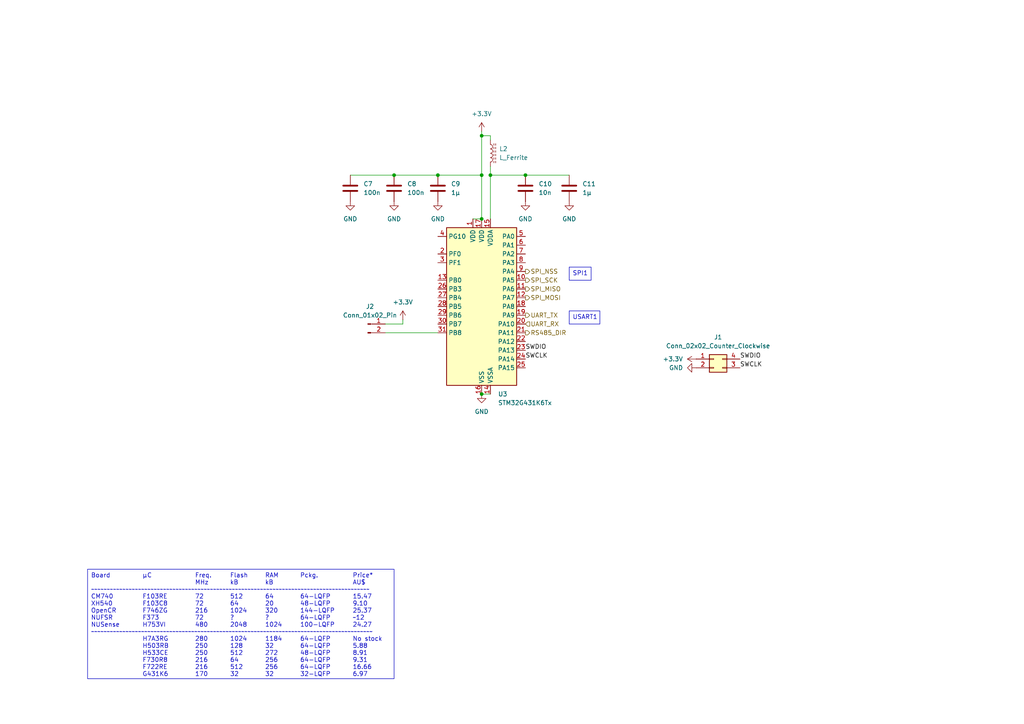
<source format=kicad_sch>
(kicad_sch (version 20231120) (generator "eeschema") (generator_version "8.0")
  (paper "A4")
  (lib_symbols
    (symbol "Connector:Conn_01x02_Pin" (pin_names (offset 1.016) hide)
      (property "Reference" "J" (at 0 2.54 0))
      (property "Value" "Conn_01x02_Pin" (at 0 -5.08 0))
      (symbol "Conn_01x02_Pin_1_1"
        (polyline (pts (xy 1.27 -2.54) (xy 0.8636 -2.54)) (stroke (width 0.1524)))
        (polyline (pts (xy 1.27 0) (xy 0.8636 0)) (stroke (width 0.1524)))
        (rectangle (start 0.8636 -2.413) (end 0 -2.667) (stroke (width 0.1524)) (fill (type outline)))
        (rectangle (start 0.8636 0.127) (end 0 -0.127) (stroke (width 0.1524)) (fill (type outline)))
        (pin passive line (at 5.08 0 180) (length 3.81) (name "Pin_1") (number "1"))
        (pin passive line (at 5.08 -2.54 180) (length 3.81) (name "Pin_2") (number "2"))
      )
    )
    (symbol "Connector_Generic:Conn_02x02_Counter_Clockwise" (pin_names (offset 1.016) hide)
      (property "Reference" "J" (at 1.27 2.54 0))
      (property "Value" "Conn_02x02_Counter_Clockwise" (at 1.27 -5.08 0))
      (symbol "Conn_02x02_Counter_Clockwise_1_1"
        (rectangle (start -1.27 -2.413) (end 0 -2.667) (stroke (width 0.1524)))
        (rectangle (start -1.27 0.127) (end 0 -0.127) (stroke (width 0.1524)))
        (rectangle (start -1.27 1.27) (end 3.81 -3.81) (stroke (width 0.254)) (fill (type background)))
        (rectangle (start 3.81 -2.413) (end 2.54 -2.667) (stroke (width 0.1524)))
        (rectangle (start 3.81 0.127) (end 2.54 -0.127) (stroke (width 0.1524)))
        (pin passive line (at -5.08 0 0) (length 3.81) (name "Pin_1") (number "1"))
        (pin passive line (at -5.08 -2.54 0) (length 3.81) (name "Pin_2") (number "2"))
        (pin passive line (at 7.62 -2.54 180) (length 3.81) (name "Pin_3") (number "3"))
        (pin passive line (at 7.62 0 180) (length 3.81) (name "Pin_4") (number "4"))
      )
    )
    (symbol "Device:C" (pin_numbers hide) (pin_names (offset 0.254))
      (property "Reference" "C" (at 0.635 2.54 0))
      (property "Value" "C" (at 0.635 -2.54 0))
      (symbol "C_0_1"
        (polyline (pts (xy -2.032 -0.762) (xy 2.032 -0.762)) (stroke (width 0.508)))
        (polyline (pts (xy -2.032 0.762) (xy 2.032 0.762)) (stroke (width 0.508)))
      )
      (symbol "C_1_1"
        (pin passive line (at 0 3.81 270) (length 2.794) (name "~") (number "1"))
        (pin passive line (at 0 -3.81 90) (length 2.794) (name "~") (number "2"))
      )
    )
    (symbol "Device:L_Ferrite" (pin_numbers hide) (pin_names (offset 1.016) hide)
      (property "Reference" "L" (at -1.27 0 90))
      (property "Value" "L_Ferrite" (at 2.794 0 90))
      (symbol "L_Ferrite_0_1"
        (arc (start 0 -2.54) (mid 0.6323 -1.905) (end 0 -1.27))
        (arc (start 0 -1.27) (mid 0.6323 -0.635) (end 0 0))
        (polyline (pts (xy 1.016 -2.794) (xy 1.016 -2.286)))
        (polyline (pts (xy 1.016 -1.778) (xy 1.016 -1.27)))
        (polyline (pts (xy 1.016 -0.762) (xy 1.016 -0.254)))
        (polyline (pts (xy 1.016 0.254) (xy 1.016 0.762)))
        (polyline (pts (xy 1.016 1.27) (xy 1.016 1.778)))
        (polyline (pts (xy 1.016 2.286) (xy 1.016 2.794)))
        (polyline (pts (xy 1.524 -2.286) (xy 1.524 -2.794)))
        (polyline (pts (xy 1.524 -1.27) (xy 1.524 -1.778)))
        (polyline (pts (xy 1.524 -0.254) (xy 1.524 -0.762)))
        (polyline (pts (xy 1.524 0.762) (xy 1.524 0.254)))
        (polyline (pts (xy 1.524 1.778) (xy 1.524 1.27)))
        (polyline (pts (xy 1.524 2.794) (xy 1.524 2.286)))
        (arc (start 0 0) (mid 0.6323 0.635) (end 0 1.27))
        (arc (start 0 1.27) (mid 0.6323 1.905) (end 0 2.54))
      )
      (symbol "L_Ferrite_1_1"
        (pin passive line (at 0 3.81 270) (length 1.27) (name "1") (number "1"))
        (pin passive line (at 0 -3.81 90) (length 1.27) (name "2") (number "2"))
      )
    )
    (symbol "MCU_ST_STM32G4:STM32G431K6Tx"
      (property "Reference" "U" (at -10.16 24.13 0))
      (property "Value" "STM32G431K6Tx" (at 5.08 24.13 0))
      (symbol "STM32G431K6Tx_0_1"
        (rectangle (start -10.16 -22.86) (end 10.16 22.86) (stroke (width 0.254)) (fill (type background)))
      )
      (symbol "STM32G431K6Tx_1_1"
        (pin power_in line (at -2.54 25.4 270) (length 2.54) (name "VDD") (number "1"))
        (pin bidirectional line (at 12.7 7.62 180) (length 2.54) (name "PA5") (number "10"))
        (pin bidirectional line (at 12.7 5.08 180) (length 2.54) (name "PA6") (number "11"))
        (pin bidirectional line (at 12.7 2.54 180) (length 2.54) (name "PA7") (number "12"))
        (pin bidirectional line (at -12.7 7.62 0) (length 2.54) (name "PB0") (number "13"))
        (pin power_in line (at 2.54 -25.4 90) (length 2.54) (name "VSSA") (number "14"))
        (pin power_in line (at 2.54 25.4 270) (length 2.54) (name "VDDA") (number "15"))
        (pin power_in line (at 0 -25.4 90) (length 2.54) (name "VSS") (number "16"))
        (pin power_in line (at 0 25.4 270) (length 2.54) (name "VDD") (number "17"))
        (pin bidirectional line (at 12.7 0 180) (length 2.54) (name "PA8") (number "18"))
        (pin bidirectional line (at 12.7 -2.54 180) (length 2.54) (name "PA9") (number "19"))
        (pin bidirectional line (at -12.7 15.24 0) (length 2.54) (name "PF0") (number "2"))
        (pin bidirectional line (at 12.7 -5.08 180) (length 2.54) (name "PA10") (number "20"))
        (pin bidirectional line (at 12.7 -7.62 180) (length 2.54) (name "PA11") (number "21"))
        (pin bidirectional line (at 12.7 -10.16 180) (length 2.54) (name "PA12") (number "22"))
        (pin bidirectional line (at 12.7 -12.7 180) (length 2.54) (name "PA13") (number "23"))
        (pin bidirectional line (at 12.7 -15.24 180) (length 2.54) (name "PA14") (number "24"))
        (pin bidirectional line (at 12.7 -17.78 180) (length 2.54) (name "PA15") (number "25"))
        (pin bidirectional line (at -12.7 5.08 0) (length 2.54) (name "PB3") (number "26"))
        (pin bidirectional line (at -12.7 2.54 0) (length 2.54) (name "PB4") (number "27"))
        (pin bidirectional line (at -12.7 0 0) (length 2.54) (name "PB5") (number "28"))
        (pin bidirectional line (at -12.7 -2.54 0) (length 2.54) (name "PB6") (number "29"))
        (pin bidirectional line (at -12.7 12.7 0) (length 2.54) (name "PF1") (number "3"))
        (pin bidirectional line (at -12.7 -5.08 0) (length 2.54) (name "PB7") (number "30"))
        (pin bidirectional line (at -12.7 -7.62 0) (length 2.54) (name "PB8") (number "31"))
        (pin passive line (at 0 -25.4 90) (length 2.54) hide (name "VSS") (number "32"))
        (pin bidirectional line (at -12.7 20.32 0) (length 2.54) (name "PG10") (number "4"))
        (pin bidirectional line (at 12.7 20.32 180) (length 2.54) (name "PA0") (number "5"))
        (pin bidirectional line (at 12.7 17.78 180) (length 2.54) (name "PA1") (number "6"))
        (pin bidirectional line (at 12.7 15.24 180) (length 2.54) (name "PA2") (number "7"))
        (pin bidirectional line (at 12.7 12.7 180) (length 2.54) (name "PA3") (number "8"))
        (pin bidirectional line (at 12.7 10.16 180) (length 2.54) (name "PA4") (number "9"))
      )
    )
    (symbol "power:+3.3V" (power) (pin_numbers hide) (pin_names (offset 0) hide)
      (property "Value" "+3.3V" (at 0 3.556 0))
      (symbol "+3.3V_0_1"
        (polyline (pts (xy -0.762 1.27) (xy 0 2.54)))
        (polyline (pts (xy 0 0) (xy 0 2.54)))
        (polyline (pts (xy 0 2.54) (xy 0.762 1.27)))
      )
      (symbol "+3.3V_1_1"
        (pin power_in line (at 0 0 90) (length 0) (name "~") (number "1"))
      )
    )
    (symbol "power:GND" (power) (pin_numbers hide) (pin_names (offset 0) hide)
      (property "Value" "GND" (at 0 -3.81 0))
      (symbol "GND_0_1"
        (polyline (pts (xy 0 0) (xy 0 -1.27) (xy 1.27 -1.27) (xy 0 -2.54) (xy -1.27 -1.27) (xy 0 -1.27)))
      )
      (symbol "GND_1_1"
        (pin power_in line (at 0 0 270) (length 0) (name "~") (number "1"))
      )
    )
  )
  (junction (at 139.7 63.5))
  (junction (at 139.7 50.8))
  (junction (at 127 50.8))
  (junction (at 139.7 39.37))
  (junction (at 139.7 114.3))
  (junction (at 114.3 50.8))
  (junction (at 152.4 50.8))
  (junction (at 142.24 50.8))
  (wire (pts (xy 139.7 39.37) (xy 139.7 50.8)))
  (wire (pts (xy 142.24 50.8) (xy 152.4 50.8)))
  (wire (pts (xy 101.6 50.8) (xy 114.3 50.8)))
  (wire (pts (xy 139.7 114.3) (xy 142.24 114.3)))
  (wire (pts (xy 116.84 93.98) (xy 111.76 93.98)))
  (wire (pts (xy 116.84 92.71) (xy 116.84 93.98)))
  (wire (pts (xy 142.24 48.26) (xy 142.24 50.8)))
  (wire (pts (xy 114.3 50.8) (xy 127 50.8)))
  (wire (pts (xy 152.4 50.8) (xy 165.1 50.8)))
  (wire (pts (xy 139.7 38.1) (xy 139.7 39.37)))
  (wire (pts (xy 111.76 96.52) (xy 127 96.52)))
  (wire (pts (xy 127 50.8) (xy 139.7 50.8)))
  (wire (pts (xy 137.16 63.5) (xy 139.7 63.5)))
  (wire (pts (xy 142.24 39.37) (xy 139.7 39.37)))
  (wire (pts (xy 142.24 39.37) (xy 142.24 40.64)))
  (wire (pts (xy 142.24 63.5) (xy 142.24 50.8)))
  (wire (pts (xy 139.7 50.8) (xy 139.7 63.5)))
  (text_box "USART1" (at 165.1 90.17 0) (size 8.89 3.81) (effects (font (size 1.27 1.27)) (justify left top)))
  (text_box "Board		μC			Freq.	Flash	RAM		Pckg.		Price*\n						MHz		kB		kB					AU$	\n~~~~~~~~~~~~~~~~~~~~~~~~~~~~~~~~~~~~~~~~~~~~~~~~~~~~~~~~~~~~~~~~~~~~~~~~~~~~~~~~~~~~~~~~~\nCM740		F103RE		72		512		64		64-LQFP		15.47\nXH540		F103C8		72		64		20		48-LQFP		9.10		\nOpenCR		F746ZG		216		1024	320		144-LQFP	25.37\nNUFSR		F373		72		?		?		64-LQFP		~12\nNUSense		H753VI		480		2048	1024	100-LQFP	24.27	\n~~~~~~~~~~~~~~~~~~~~~~~~~~~~~~~~~~~~~~~~~~~~~~~~~~~~~~~~~~~~~~~~~~~~~~~~~~~~~~~~~~~~~~~~~~\n			H7A3RG		280		1024	1184	64-LQFP		No stock\n			H503RB		250		128		32		64-LQFP		5.88\n			H533CE		250		512		272		48-LQFP		8.91\n			F730R8		216		64		256		64-LQFP		9.31\n			F722RE		216		512		256		64-LQFP		16.66\n			G431K6		170		32		32		32-LQFP		6.97" (at 25.4 165.1 0) (size 88.9 31.75) (effects (font (size 1.27 1.27)) (justify left top)))
  (text_box "SPI1" (at 165.1 77.47 0) (size 6.35 3.81) (effects (font (size 1.27 1.27)) (justify left top)))
  (label "SWCLK" (at 214.63 106.68 0))
  (label "SWCLK" (at 152.4 104.14 0))
  (label "SWDIO" (at 214.63 104.14 0))
  (label "SWDIO" (at 152.4 101.6 0))
  (hierarchical_label "SPI_MOSI" (shape output) (at 152.4 86.36 0))
  (hierarchical_label "SPI_MISO" (shape output) (at 152.4 83.82 0))
  (hierarchical_label "SPI_SCK" (shape output) (at 152.4 81.28 0))
  (hierarchical_label "UART_TX" (shape output) (at 152.4 91.44 0))
  (hierarchical_label "UART_RX" (shape input) (at 152.4 93.98 0))
  (hierarchical_label "RS485_DIR" (shape output) (at 152.4 96.52 0))
  (hierarchical_label "SPI_NSS" (shape output) (at 152.4 78.74 0))
  (symbol (lib_id "power:+3.3V") (at 201.93 104.14 90) (unit 1)
    (property "Reference" "#PWR020" (effects (hide yes)))
    (property "Value" "+3.3V" (at 198.12 104.1399 90) (effects (justify left)))
    (property "Description" "Power symbol creates a global label with name \"+3.3V\"" (effects (hide yes)))
  )
  (symbol (lib_id "Device:L_Ferrite") (at 142.24 44.45 0) (unit 1)
    (property "Reference" "L2" (at 144.78 43.1799 0) (effects (justify left)))
    (property "Value" "L_Ferrite" (at 144.78 45.7199 0) (effects (justify left)))
    (property "Footprint" "Inductor_SMD:L_0603_1608Metric" (effects (hide yes)))
    (property "Description" "Inductor with ferrite core" (effects (hide yes)))
  )
  (symbol (lib_id "power:GND") (at 139.7 114.3 0) (unit 1)
    (property "Reference" "#PWR013" (effects (hide yes)))
    (property "Value" "GND" (at 139.7 119.38 0))
    (property "Description" "Power symbol creates a global label with name \"GND\" , ground" (effects (hide yes)))
  )
  (symbol (lib_id "power:GND") (at 201.93 106.68 270) (unit 1)
    (property "Reference" "#PWR021" (effects (hide yes)))
    (property "Value" "GND" (at 198.12 106.6799 90) (effects (justify right)))
    (property "Description" "Power symbol creates a global label with name \"GND\" , ground" (effects (hide yes)))
  )
  (symbol (lib_id "power:GND") (at 127 58.42 0) (unit 1)
    (property "Reference" "#PWR016" (effects (hide yes)))
    (property "Value" "GND" (at 127 63.5 0))
    (property "Description" "Power symbol creates a global label with name \"GND\" , ground" (effects (hide yes)))
  )
  (symbol (lib_id "Device:C") (at 127 54.61 0) (unit 1)
    (property "Reference" "C9" (at 130.81 53.3399 0) (effects (justify left)))
    (property "Value" "1μ" (at 130.81 55.8799 0) (effects (justify left)))
    (property "Footprint" "Capacitor_SMD:C_0805_2012Metric" (effects (hide yes)))
    (property "Description" "Unpolarized capacitor" (effects (hide yes)))
  )
  (symbol (lib_id "power:+3.3V") (at 116.84 92.71 0) (unit 1)
    (property "Reference" "#PWR022" (effects (hide yes)))
    (property "Value" "+3.3V" (at 116.84 87.63 0))
    (property "Description" "Power symbol creates a global label with name \"+3.3V\"" (effects (hide yes)))
  )
  (symbol (lib_id "Device:C") (at 114.3 54.61 0) (unit 1)
    (property "Reference" "C8" (at 118.11 53.3399 0) (effects (justify left)))
    (property "Value" "100n" (at 118.11 55.8799 0) (effects (justify left)))
    (property "Footprint" "Capacitor_SMD:C_0603_1608Metric" (effects (hide yes)))
    (property "Description" "Unpolarized capacitor" (effects (hide yes)))
  )
  (symbol (lib_id "power:GND") (at 165.1 58.42 0) (unit 1)
    (property "Reference" "#PWR018" (effects (hide yes)))
    (property "Value" "GND" (at 165.1 63.5 0))
    (property "Description" "Power symbol creates a global label with name \"GND\" , ground" (effects (hide yes)))
  )
  (symbol (lib_id "power:GND") (at 114.3 58.42 0) (unit 1)
    (property "Reference" "#PWR015" (effects (hide yes)))
    (property "Value" "GND" (at 114.3 63.5 0))
    (property "Description" "Power symbol creates a global label with name \"GND\" , ground" (effects (hide yes)))
  )
  (symbol (lib_id "Device:C") (at 152.4 54.61 0) (unit 1)
    (property "Reference" "C10" (at 156.21 53.3399 0) (effects (justify left)))
    (property "Value" "10n" (at 156.21 55.8799 0) (effects (justify left)))
    (property "Footprint" "Capacitor_SMD:C_0603_1608Metric" (effects (hide yes)))
    (property "Description" "Unpolarized capacitor" (effects (hide yes)))
  )
  (symbol (lib_id "Connector:Conn_01x02_Pin") (at 106.68 93.98 0) (unit 1)
    (property "Reference" "J2" (at 107.315 88.9 0))
    (property "Value" "Conn_01x02_Pin" (at 107.315 91.44 0))
    (property "Footprint" "Connector_PinHeader_2.54mm:PinHeader_1x02_P2.54mm_Vertical_SMD_Pin1Left" (effects (hide yes)))
    (property "Description" "Generic connector, single row, 01x02, script generated" (effects (hide yes)))
  )
  (symbol (lib_id "power:GND") (at 101.6 58.42 0) (unit 1)
    (property "Reference" "#PWR014" (effects (hide yes)))
    (property "Value" "GND" (at 101.6 63.5 0))
    (property "Description" "Power symbol creates a global label with name \"GND\" , ground" (effects (hide yes)))
  )
  (symbol (lib_id "Device:C") (at 101.6 54.61 0) (unit 1)
    (property "Reference" "C7" (at 105.41 53.3399 0) (effects (justify left)))
    (property "Value" "100n" (at 105.41 55.8799 0) (effects (justify left)))
    (property "Footprint" "Capacitor_SMD:C_0603_1608Metric" (effects (hide yes)))
    (property "Description" "Unpolarized capacitor" (effects (hide yes)))
  )
  (symbol (lib_id "power:GND") (at 152.4 58.42 0) (unit 1)
    (property "Reference" "#PWR017" (effects (hide yes)))
    (property "Value" "GND" (at 152.4 63.5 0))
    (property "Description" "Power symbol creates a global label with name \"GND\" , ground" (effects (hide yes)))
  )
  (symbol (lib_id "MCU_ST_STM32G4:STM32G431K6Tx") (at 139.7 88.9 0) (unit 1)
    (property "Reference" "U3" (at 144.4341 114.3 0) (effects (justify left)))
    (property "Value" "STM32G431K6Tx" (at 144.4341 116.84 0) (effects (justify left)))
    (property "Footprint" "Package_QFP:LQFP-32_7x7mm_P0.8mm" (effects (hide yes)))
    (property "Datasheet" "https://www.st.com/resource/en/datasheet/stm32g431k6.pdf" (effects (hide yes)))
    (property "Description" "STMicroelectronics Arm Cortex-M4 MCU, 32KB flash, 32KB RAM, 170 MHz, 1.71-3.6V, 26 GPIO, LQFP32" (effects (hide yes)))
  )
  (symbol (lib_id "power:+3.3V") (at 139.7 38.1 0) (unit 1)
    (property "Reference" "#PWR019" (effects (hide yes)))
    (property "Value" "+3.3V" (at 139.7 33.02 0))
    (property "Description" "Power symbol creates a global label with name \"+3.3V\"" (effects (hide yes)))
  )
  (symbol (lib_id "Connector_Generic:Conn_02x02_Counter_Clockwise") (at 207.01 104.14 0) (unit 1)
    (property "Reference" "J1" (at 208.28 97.79 0))
    (property "Value" "Conn_02x02_Counter_Clockwise" (at 208.28 100.33 0))
    (property "Footprint" "Connector_PinHeader_2.54mm:PinHeader_2x02_P2.54mm_Vertical_SMD" (effects (hide yes)))
    (property "Description" "Generic connector, double row, 02x02, counter clockwise pin numbering scheme (similar to DIP package numbering), script generated (kicad-library-utils/schlib/autogen/connector/)" (effects (hide yes)))
  )
  (symbol (lib_id "Device:C") (at 165.1 54.61 0) (unit 1)
    (property "Reference" "C11" (at 168.91 53.3399 0) (effects (justify left)))
    (property "Value" "1μ" (at 168.91 55.8799 0) (effects (justify left)))
    (property "Footprint" "Capacitor_SMD:C_0805_2012Metric" (effects (hide yes)))
    (property "Description" "Unpolarized capacitor" (effects (hide yes)))
  )
)
</source>
